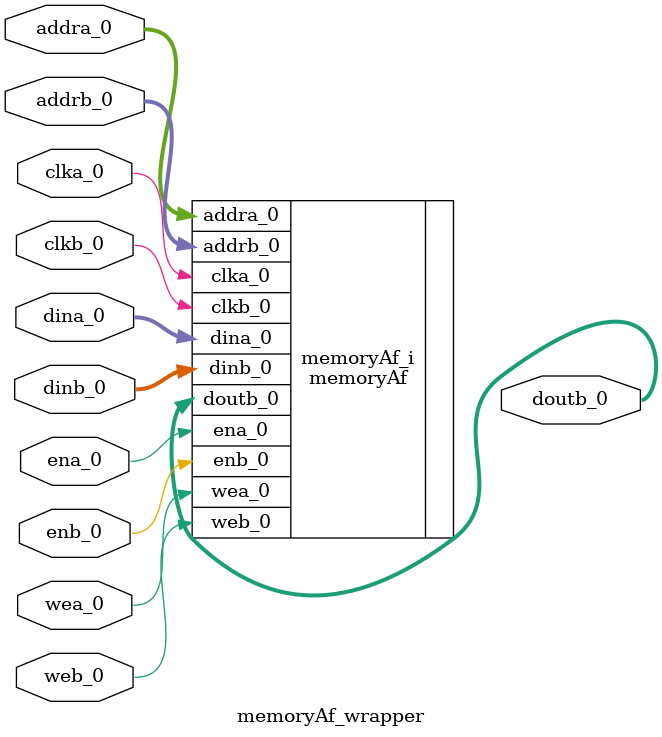
<source format=v>
`timescale 1 ps / 1 ps

module memoryAf_wrapper
   (addra_0,
    addrb_0,
    clka_0,
    clkb_0,
    dina_0,
    dinb_0,
    doutb_0,
    ena_0,
    enb_0,
    wea_0,
    web_0);
  input [6:0]addra_0;
  input [6:0]addrb_0;
  input clka_0;
  input clkb_0;
  input [31:0]dina_0;
  input [31:0]dinb_0;
  output [31:0]doutb_0;
  input ena_0;
  input enb_0;
  input [0:0]wea_0;
  input [0:0]web_0;

  wire [6:0]addra_0;
  wire [6:0]addrb_0;
  wire clka_0;
  wire clkb_0;
  wire [31:0]dina_0;
  wire [31:0]dinb_0;
  wire [31:0]doutb_0;
  wire ena_0;
  wire enb_0;
  wire [0:0]wea_0;
  wire [0:0]web_0;

  memoryAf memoryAf_i
       (.addra_0(addra_0),
        .addrb_0(addrb_0),
        .clka_0(clka_0),
        .clkb_0(clkb_0),
        .dina_0(dina_0),
        .dinb_0(dinb_0),
        .doutb_0(doutb_0),
        .ena_0(ena_0),
        .enb_0(enb_0),
        .wea_0(wea_0),
        .web_0(web_0));
endmodule

</source>
